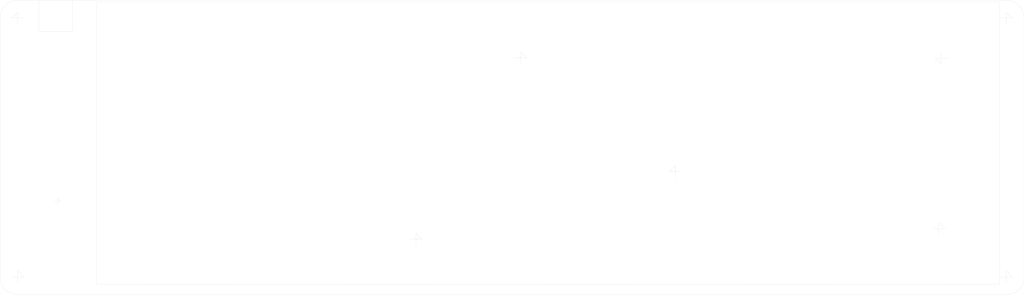
<source format=kicad_pcb>
(kicad_pcb (version 20171130) (host pcbnew 5.1.5+dfsg1-2build2)

  (general
    (thickness 1.6)
    (drawings 45)
    (tracks 0)
    (zones 0)
    (modules 0)
    (nets 1)
  )

  (page A3)
  (title_block
    (title Stoutgat)
    (date 2020-07-26)
    (rev 0.2)
    (company TKW)
  )

  (layers
    (0 F.Cu signal)
    (31 B.Cu signal)
    (32 B.Adhes user hide)
    (33 F.Adhes user hide)
    (34 B.Paste user hide)
    (35 F.Paste user hide)
    (36 B.SilkS user)
    (37 F.SilkS user)
    (38 B.Mask user hide)
    (39 F.Mask user hide)
    (40 Dwgs.User user)
    (41 Cmts.User user hide)
    (42 Eco1.User user hide)
    (43 Eco2.User user hide)
    (44 Edge.Cuts user)
    (45 Margin user hide)
    (46 B.CrtYd user hide)
    (47 F.CrtYd user hide)
    (48 B.Fab user hide)
    (49 F.Fab user hide)
  )

  (setup
    (last_trace_width 0.25)
    (user_trace_width 0.4064)
    (user_trace_width 0.635)
    (trace_clearance 0.2)
    (zone_clearance 0.508)
    (zone_45_only no)
    (trace_min 0.2)
    (via_size 0.8)
    (via_drill 0.4)
    (via_min_size 0.4)
    (via_min_drill 0.3)
    (uvia_size 0.3)
    (uvia_drill 0.1)
    (uvias_allowed no)
    (uvia_min_size 0.2)
    (uvia_min_drill 0.1)
    (edge_width 0.05)
    (segment_width 0.2)
    (pcb_text_width 0.3)
    (pcb_text_size 1.5 1.5)
    (mod_edge_width 0.12)
    (mod_text_size 1 1)
    (mod_text_width 0.15)
    (pad_size 1.524 1.524)
    (pad_drill 0.762)
    (pad_to_mask_clearance 0.051)
    (solder_mask_min_width 0.25)
    (aux_axis_origin 0 0)
    (visible_elements FFFDFF7F)
    (pcbplotparams
      (layerselection 0x01000_7ffffffe)
      (usegerberextensions false)
      (usegerberattributes false)
      (usegerberadvancedattributes false)
      (creategerberjobfile false)
      (excludeedgelayer true)
      (linewidth 0.100000)
      (plotframeref false)
      (viasonmask false)
      (mode 1)
      (useauxorigin false)
      (hpglpennumber 1)
      (hpglpenspeed 20)
      (hpglpendiameter 15.000000)
      (psnegative false)
      (psa4output false)
      (plotreference false)
      (plotvalue false)
      (plotinvisibletext false)
      (padsonsilk false)
      (subtractmaskfromsilk false)
      (outputformat 3)
      (mirror false)
      (drillshape 2)
      (scaleselection 1)
      (outputdirectory "gerbers/"))
  )

  (net 0 "")

  (net_class Default "This is the default net class."
    (clearance 0.2)
    (trace_width 0.25)
    (via_dia 0.8)
    (via_drill 0.4)
    (uvia_dia 0.3)
    (uvia_drill 0.1)
  )

  (gr_line (start 385.1148 181.2798) (end 80.264 181.229) (layer Edge.Cuts) (width 0.05) (tstamp 5F2EA8B4))
  (gr_line (start 47.5742 178.8414) (end 47.5742 91.3638) (layer Edge.Cuts) (width 0.05) (tstamp 5F2BE0FB))
  (gr_arc (start 387.3246 178.8668) (end 387.3246 184.8358) (angle -90) (layer Edge.Cuts) (width 0.05))
  (gr_line (start 393.2936 91.3638) (end 393.2936 178.8668) (layer Edge.Cuts) (width 0.05) (tstamp 5F2C303D))
  (gr_arc (start 53.5686 91.3638) (end 53.5686 85.3694) (angle -90) (layer Edge.Cuts) (width 0.05))
  (gr_line (start 53.5686 184.8358) (end 387.3246 184.8358) (layer Edge.Cuts) (width 0.05) (tstamp 5F2C303A))
  (gr_arc (start 53.5686 178.8414) (end 47.5742 178.8414) (angle -90) (layer Edge.Cuts) (width 0.05))
  (gr_line (start 53.6448 85.3694) (end 387.38809 85.370059) (layer Edge.Cuts) (width 0.05))
  (gr_line (start 60.706 95.9358) (end 72.1614 95.9358) (layer Edge.Cuts) (width 0.05))
  (gr_line (start 277.5458 143.1798) (end 273.558 143.1798) (layer Edge.Cuts) (width 0.05))
  (gr_line (start 67.945 153.3144) (end 67.0052 152.2984) (layer Edge.Cuts) (width 0.05))
  (gr_line (start 389.3566 178.8414) (end 385.3434 178.8414) (layer Edge.Cuts) (width 0.05))
  (gr_line (start 186.0042 166.0398) (end 189.9666 166.0398) (layer Edge.Cuts) (width 0.05))
  (gr_line (start 51.6128 91.3384) (end 53.5686 89.3572) (layer Edge.Cuts) (width 0.05))
  (gr_line (start 362.6358 162.5092) (end 366.4966 162.5092) (layer Edge.Cuts) (width 0.05))
  (gr_line (start 366.4966 162.5092) (end 364.5662 160.5534) (layer Edge.Cuts) (width 0.05))
  (gr_line (start 385.3942 91.3384) (end 389.3312 91.3384) (layer Edge.Cuts) (width 0.05))
  (gr_line (start 385.1148 85.979) (end 385.1148 181.2798) (layer Edge.Cuts) (width 0.05))
  (gr_line (start 389.3312 91.3384) (end 387.35 89.408) (layer Edge.Cuts) (width 0.05))
  (gr_line (start 223.393 102.7938) (end 225.4504 104.8258) (layer Edge.Cuts) (width 0.05))
  (gr_line (start 55.7784 178.8414) (end 53.594 176.5046) (layer Edge.Cuts) (width 0.05))
  (gr_line (start 189.9666 166.0398) (end 188.0108 164.1094) (layer Edge.Cuts) (width 0.05))
  (gr_line (start 51.4604 178.8668) (end 55.7784 178.8414) (layer Edge.Cuts) (width 0.05))
  (gr_line (start 53.594 176.5046) (end 53.594 181.1274) (layer Edge.Cuts) (width 0.05))
  (gr_line (start 225.4504 104.8258) (end 221.4118 104.8258) (layer Edge.Cuts) (width 0.05))
  (gr_line (start 363.3724 104.9782) (end 367.7666 104.9782) (layer Edge.Cuts) (width 0.05))
  (gr_line (start 65.7098 153.3144) (end 67.945 153.3144) (layer Edge.Cuts) (width 0.05))
  (gr_line (start 364.5662 160.5534) (end 364.5662 164.4142) (layer Edge.Cuts) (width 0.05))
  (gr_line (start 275.5392 141.224) (end 275.5392 145.2118) (layer Edge.Cuts) (width 0.05))
  (gr_line (start 67.0052 152.2984) (end 67.0052 154.2796) (layer Edge.Cuts) (width 0.05))
  (gr_line (start 387.3246 176.7078) (end 389.3566 178.8414) (layer Edge.Cuts) (width 0.05))
  (gr_line (start 387.35 89.408) (end 387.35 93.472) (layer Edge.Cuts) (width 0.05))
  (gr_line (start 223.393 106.7562) (end 223.393 102.7938) (layer Edge.Cuts) (width 0.05))
  (gr_line (start 365.2774 107.0102) (end 363.3724 104.9782) (layer Edge.Cuts) (width 0.05))
  (gr_line (start 60.706 85.3186) (end 60.706 95.9358) (layer Edge.Cuts) (width 0.05))
  (gr_line (start 80.2132 85.979) (end 385.1148 85.979) (layer Edge.Cuts) (width 0.05))
  (gr_line (start 387.3246 180.7718) (end 387.3246 176.7078) (layer Edge.Cuts) (width 0.05))
  (gr_line (start 80.264 181.229) (end 80.2132 85.979) (layer Edge.Cuts) (width 0.05))
  (gr_arc (start 387.2992 91.3638) (end 393.2936 91.3638) (angle -89.1503349) (layer Edge.Cuts) (width 0.05))
  (gr_line (start 72.1614 95.9358) (end 72.1614 85.3694) (layer Edge.Cuts) (width 0.05))
  (gr_line (start 55.5752 91.3384) (end 51.6128 91.3384) (layer Edge.Cuts) (width 0.05))
  (gr_line (start 53.5686 89.3572) (end 53.5686 93.345) (layer Edge.Cuts) (width 0.05))
  (gr_line (start 188.0108 164.1094) (end 188.0108 168.1988) (layer Edge.Cuts) (width 0.05))
  (gr_line (start 365.2774 103.0986) (end 365.2774 107.0102) (layer Edge.Cuts) (width 0.05))
  (gr_line (start 273.558 143.1798) (end 275.5392 141.224) (layer Edge.Cuts) (width 0.05))

)

</source>
